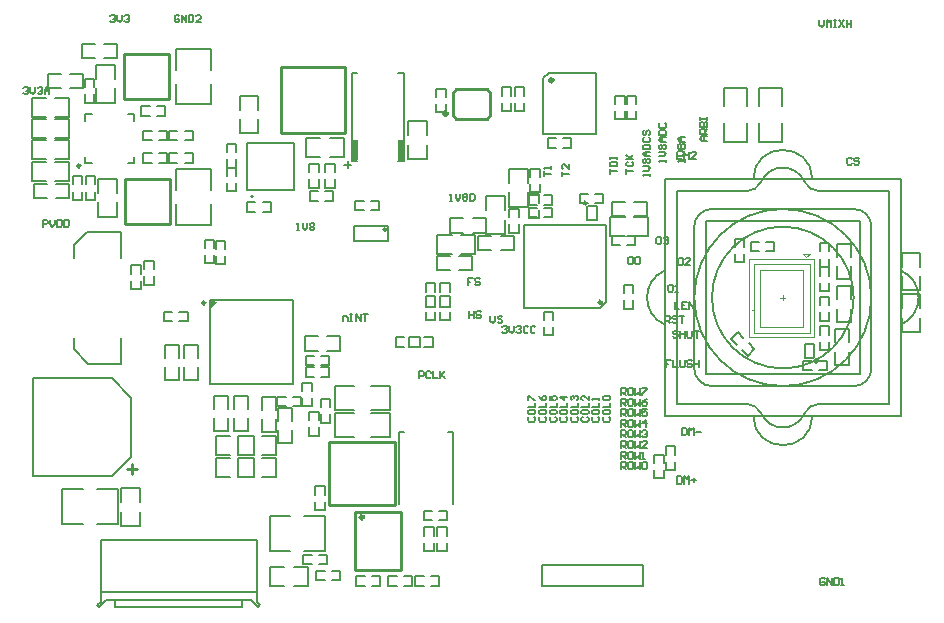
<source format=gto>
G04*
G04 #@! TF.GenerationSoftware,Altium Limited,Altium Designer,18.0.11 (651)*
G04*
G04 Layer_Color=65535*
%FSLAX44Y44*%
%MOMM*%
G71*
G01*
G75*
%ADD10C,0.2500*%
%ADD11C,0.3000*%
%ADD12C,0.2000*%
%ADD13C,0.2540*%
%ADD14C,0.1500*%
%ADD15C,0.1524*%
%ADD16C,0.0500*%
%ADD17R,0.5000X1.8000*%
%ADD18R,0.5000X1.7500*%
G36*
X165000Y247500D02*
X166000Y241500D01*
X171000Y246500D01*
X165000Y247500D01*
D02*
G37*
D10*
X161000Y245500D02*
G03*
X161000Y245500I-1250J0D01*
G01*
X679450Y196100D02*
G03*
X679450Y196100I-1250J0D01*
G01*
X55250Y361500D02*
G03*
X55250Y361500I-1250J0D01*
G01*
X483967Y329971D02*
G03*
X483967Y329971I-1250J0D01*
G01*
X95000Y105000D02*
X103000D01*
X99000Y101000D02*
Y109000D01*
D11*
X496500Y246000D02*
G03*
X496500Y246000I-1000J0D01*
G01*
X455500Y434000D02*
G03*
X455500Y434000I-1500J0D01*
G01*
X366000Y405626D02*
G03*
X366000Y405626I-1500J0D01*
G01*
X295000Y64000D02*
G03*
X295000Y64000I-1500J0D01*
G01*
D12*
X201500Y335500D02*
G03*
X201500Y335500I-1000J0D01*
G01*
X625050Y239076D02*
G03*
X625050Y239076I-78J0D01*
G01*
X590000Y325000D02*
G03*
X575000Y310000I0J-15000D01*
G01*
X725000D02*
G03*
X710000Y325000I-15000J-0D01*
G01*
Y175000D02*
G03*
X725000Y190000I-0J15000D01*
G01*
X575000D02*
G03*
X590000Y175000I15000J0D01*
G01*
X619000Y340000D02*
G03*
X631688Y348083I-0J14000D01*
G01*
X668312D02*
G03*
X681000Y340000I12688J5917D01*
G01*
X668126Y348452D02*
G03*
X631874Y348452I-18126J-8452D01*
G01*
Y151548D02*
G03*
X668126Y151548I18126J8452D01*
G01*
X631688Y151917D02*
G03*
X619000Y160000I-12688J-5917D01*
G01*
X681000D02*
G03*
X668312Y151917I0J-14000D01*
G01*
X725000Y250000D02*
G03*
X725000Y250000I-75000J0D01*
G01*
X710000D02*
G03*
X710000Y250000I-60000J0D01*
G01*
X750153Y227155D02*
G03*
X750153Y272845I-10153J22845D01*
G01*
X549846Y272845D02*
G03*
X549847Y227155I10153J-22845D01*
G01*
X675000Y350000D02*
G03*
X625000Y350000I-25000J0D01*
G01*
Y150000D02*
G03*
X675000Y150000I25000J0D01*
G01*
X165000Y177000D02*
Y247500D01*
X235000Y177000D02*
Y247500D01*
X165000D02*
X235000D01*
X165000Y177000D02*
X235000D01*
X430500Y241000D02*
Y311000D01*
X500500D01*
Y246000D02*
Y311000D01*
X495500Y241000D02*
X500500Y246000D01*
X430500Y241000D02*
X495500D01*
X451680Y440250D02*
X491650D01*
Y388250D02*
Y440250D01*
X447350Y388250D02*
X491650D01*
X447350D02*
Y435920D01*
X451680Y440250D01*
X196000Y341000D02*
X236000D01*
Y381000D01*
X196000D02*
X236000D01*
X196000Y341000D02*
Y381000D01*
X95250Y363500D02*
X101000D01*
Y369250D01*
Y399750D02*
Y405500D01*
X95250D02*
X101000D01*
X59000D02*
X64750D01*
X59000Y399750D02*
Y405500D01*
Y363500D02*
Y369250D01*
Y363500D02*
X64750D01*
X278500Y362500D02*
X284500Y362500D01*
X281500Y359500D02*
Y365500D01*
X285000Y440000D02*
X289500D01*
X324500D02*
X329000D01*
X285000Y366000D02*
X289500D01*
X324500D02*
X329000D01*
X285000D02*
Y440000D01*
X329000Y366000D02*
Y440000D01*
X82000Y181500D02*
X98500Y165000D01*
X15500Y181500D02*
X82000D01*
X98500Y115000D02*
Y165000D01*
X82000Y98500D02*
X98500Y115000D01*
X15500Y98500D02*
X82000D01*
X15500D02*
Y181500D01*
X446500Y5750D02*
Y23500D01*
X531250D01*
Y5750D02*
Y23500D01*
X446500Y5750D02*
X531250D01*
X316070Y297584D02*
Y310583D01*
X287070Y297584D02*
Y310583D01*
X316070D01*
X287070Y297584D02*
X316070D01*
X204500Y-7500D02*
X207500Y-10500D01*
X206000Y-12000D02*
X207500Y-10500D01*
X200000Y-6000D02*
X206000Y-12000D01*
X71000D02*
X77000Y-6000D01*
X69500Y-10500D02*
X71000Y-12000D01*
X69500Y-10500D02*
X72500Y-7500D01*
X85000Y-12000D02*
Y-6000D01*
X192000Y-12000D02*
Y-6000D01*
X85000Y-12000D02*
X192000D01*
X72500Y-7500D02*
Y45000D01*
X204500Y-7500D02*
Y45000D01*
X77000Y-6000D02*
X200000D01*
X72500Y1000D02*
X204500D01*
X72500Y45000D02*
X204500D01*
X90000Y283875D02*
Y305875D01*
X61000D02*
X90000D01*
X50000Y283875D02*
Y294875D01*
X61000Y305875D01*
X50000Y206125D02*
X62000Y194125D01*
X50000Y206125D02*
Y216125D01*
X62000Y194125D02*
X90000D01*
Y216125D01*
X590000Y325000D02*
X710000D01*
X725000Y190000D02*
Y310000D01*
X590000Y175000D02*
X710000D01*
X575000Y190000D02*
Y310000D01*
X560000Y340000D02*
X619000D01*
X681000D02*
X740000D01*
X560000Y160000D02*
Y340000D01*
Y160000D02*
X619000D01*
X740000D02*
Y340000D01*
X681000Y160000D02*
X740000D01*
X585000Y185000D02*
Y315000D01*
X715000Y185000D02*
Y315000D01*
X585000D02*
X715000D01*
X585000Y185000D02*
X715000D01*
X550000Y350000D02*
X750000D01*
Y150000D02*
Y350000D01*
X550000Y150000D02*
X750000D01*
X550000D02*
Y350000D01*
D13*
X314070Y307584D02*
G03*
X314070Y307584I-1000J0D01*
G01*
X131000Y312000D02*
Y350000D01*
X93000Y312000D02*
X131000D01*
X93000D02*
Y350000D01*
X131000D01*
X225000Y389000D02*
Y445000D01*
Y389000D02*
X279000D01*
Y445000D01*
X225000D02*
X279000D01*
X92000Y456000D02*
X130000D01*
X92000Y418000D02*
Y456000D01*
Y418000D02*
X130000D01*
Y456000D01*
X370500Y404376D02*
Y423376D01*
X373500Y426376D01*
X399500D01*
X402500Y423376D01*
Y404376D02*
Y423376D01*
X373500Y401376D02*
X399500D01*
X370500Y404376D02*
X373500Y401376D01*
X399500D02*
X402500Y404376D01*
X266000Y74000D02*
Y128000D01*
X322000D01*
Y74000D02*
Y128000D01*
X266000Y74000D02*
X322000D01*
X287500Y68500D02*
X326500D01*
Y19500D02*
Y68500D01*
X287500Y19500D02*
X326500D01*
X287500D02*
Y68500D01*
D14*
X346500Y208500D02*
X353500D01*
X333500D02*
X340500D01*
X346500Y216500D02*
X353500D01*
X333500D02*
X340500D01*
X353500Y208500D02*
Y216500D01*
X333500Y208500D02*
Y216500D01*
X335500Y208500D02*
X342500D01*
X322500D02*
X329500D01*
X335500Y216500D02*
X342500D01*
X322500D02*
X329500D01*
X342500Y208500D02*
Y216500D01*
X322500Y208500D02*
Y216500D01*
X86500Y452500D02*
Y464500D01*
X56500Y452500D02*
Y464500D01*
X75500Y452500D02*
X86500D01*
X56500D02*
X67500D01*
X75500Y464500D02*
X86500D01*
X56500D02*
X67500D01*
X27500Y427000D02*
Y439000D01*
X57500Y427000D02*
Y439000D01*
X27500D02*
X38500D01*
X46500D02*
X57500D01*
X27500Y427000D02*
X38500D01*
X46500D02*
X57500D01*
X695500Y295500D02*
X707500D01*
X695500Y265500D02*
X707500D01*
Y284500D02*
Y295500D01*
Y265500D02*
Y276500D01*
X695500Y284500D02*
Y295500D01*
Y265500D02*
Y276500D01*
X696000Y229500D02*
X708000D01*
X696000Y259500D02*
X708000D01*
X696000Y229500D02*
Y240500D01*
Y248500D02*
Y259500D01*
X708000Y229500D02*
Y240500D01*
Y248500D02*
Y259500D01*
X418000Y359000D02*
X434000D01*
X418000Y327000D02*
X434000D01*
Y347000D02*
Y359000D01*
Y327000D02*
Y339000D01*
X418000Y347000D02*
Y359000D01*
Y327000D02*
Y339000D01*
X143000Y210000D02*
X155000D01*
X143000Y180000D02*
X155000D01*
Y199000D02*
Y210000D01*
Y180000D02*
Y191000D01*
X143000Y199000D02*
Y210000D01*
Y180000D02*
Y191000D01*
X127000Y210000D02*
X139000D01*
X127000Y180000D02*
X139000D01*
Y199000D02*
Y210000D01*
Y180000D02*
Y191000D01*
X127000Y199000D02*
Y210000D01*
Y180000D02*
Y191000D01*
X235000Y158000D02*
X242000D01*
X222000D02*
X229000D01*
X235000Y166000D02*
X242000D01*
X222000D02*
X229000D01*
X242000Y158000D02*
Y166000D01*
X222000Y158000D02*
Y166000D01*
X168500Y292000D02*
Y299000D01*
Y279000D02*
Y286000D01*
X160500Y292000D02*
Y299000D01*
Y279000D02*
Y286000D01*
Y299000D02*
X168500D01*
X160500Y279000D02*
X168500D01*
X202000Y98000D02*
Y114000D01*
X170000Y98000D02*
Y114000D01*
X190000Y98000D02*
X202000D01*
X170000D02*
X182000D01*
X190000Y114000D02*
X202000D01*
X170000D02*
X182000D01*
X202000Y117000D02*
Y133000D01*
X170000Y117000D02*
Y133000D01*
X190000Y117000D02*
X202000D01*
X170000D02*
X182000D01*
X190000Y133000D02*
X202000D01*
X170000D02*
X182000D01*
X221000Y117000D02*
Y133000D01*
X189000Y117000D02*
Y133000D01*
X209000Y117000D02*
X221000D01*
X189000D02*
X201000D01*
X209000Y133000D02*
X221000D01*
X189000D02*
X201000D01*
X221000Y98000D02*
Y114000D01*
X189000Y98000D02*
Y114000D01*
X209000Y98000D02*
X221000D01*
X189000D02*
X201000D01*
X209000Y114000D02*
X221000D01*
X189000D02*
X201000D01*
X259000Y144000D02*
X267000D01*
X259000Y164000D02*
X267000D01*
X259000Y144000D02*
Y151000D01*
Y157000D02*
Y164000D01*
X267000Y144000D02*
Y151000D01*
Y157000D02*
Y164000D01*
X126000Y238000D02*
X133000D01*
X139000D02*
X146000D01*
X126000Y230000D02*
X133000D01*
X139000D02*
X146000D01*
X126000D02*
Y238000D01*
X146000Y230000D02*
Y238000D01*
X185000Y167000D02*
X197000D01*
X185000Y137000D02*
X197000D01*
Y156000D02*
Y167000D01*
Y137000D02*
Y148000D01*
X185000Y156000D02*
Y167000D01*
Y137000D02*
Y148000D01*
X248000Y5500D02*
Y21500D01*
X216000Y5500D02*
Y21500D01*
X236000Y5500D02*
X248000D01*
X216000D02*
X228000D01*
X236000Y21500D02*
X248000D01*
X216000D02*
X228000D01*
X301000Y132000D02*
X317000D01*
X271000D02*
X287000D01*
X301000Y152000D02*
X317000D01*
X271000D02*
X287000D01*
X317000Y132000D02*
Y152000D01*
X271000Y132000D02*
Y152000D01*
X301000Y155000D02*
X317000D01*
X271000D02*
X287000D01*
X301000Y175000D02*
X317000D01*
X271000D02*
X287000D01*
X317000Y155000D02*
Y175000D01*
X271000Y155000D02*
Y175000D01*
X90000Y56500D02*
X106000D01*
X90000Y88500D02*
X106000D01*
X90000Y56500D02*
Y68500D01*
Y76500D02*
Y88500D01*
X106000Y56500D02*
Y68500D01*
Y76500D02*
Y88500D01*
X423000Y408000D02*
Y415000D01*
Y421000D02*
Y428000D01*
X431000Y408000D02*
Y415000D01*
Y421000D02*
Y428000D01*
X423000Y408000D02*
X431000D01*
X423000Y428000D02*
X431000D01*
X98500Y257250D02*
Y264250D01*
Y270250D02*
Y277250D01*
X106500Y257250D02*
Y264250D01*
Y270250D02*
Y277250D01*
X98500Y257250D02*
X106500D01*
X98500Y277250D02*
X106500D01*
X464000Y377000D02*
X471000D01*
X451000D02*
X458000D01*
X464000Y385000D02*
X471000D01*
X451000D02*
X458000D01*
X471000Y377000D02*
Y385000D01*
X451000Y377000D02*
Y385000D01*
X675500Y198500D02*
X676500Y199500D01*
Y210500D01*
X668500Y198500D02*
Y210500D01*
X676500D01*
X668500Y198500D02*
X675500D01*
X136000Y311500D02*
X165500D01*
Y329000D01*
X135990D02*
X136000Y311500D01*
X165500Y358500D02*
X165510Y341000D01*
X136000D02*
Y358500D01*
X165500D01*
X136500Y460500D02*
X166000D01*
X136500Y443000D02*
Y460500D01*
X166000D02*
X166010Y443000D01*
X136490Y431000D02*
X136500Y413500D01*
X166000D02*
Y431000D01*
X136500Y413500D02*
X166000D01*
X435000Y328500D02*
Y336500D01*
X455000Y328500D02*
Y336500D01*
X435000D02*
X442000D01*
X448000D02*
X455000D01*
X435000Y328500D02*
X442000D01*
X448000D02*
X455000D01*
X368500Y317000D02*
X379500D01*
X387500D02*
X398500D01*
X368500Y305000D02*
X379500D01*
X387500D02*
X398500D01*
X368500D02*
Y317000D01*
X398500Y305000D02*
Y317000D01*
X392000Y302000D02*
X403000D01*
X411000D02*
X422000D01*
X392000Y290000D02*
X403000D01*
X411000D02*
X422000D01*
X392000D02*
Y302000D01*
X422000Y290000D02*
Y302000D01*
X418000Y327000D02*
X434000D01*
X418000Y359000D02*
X434000D01*
X418000Y327000D02*
Y339000D01*
Y347000D02*
Y359000D01*
X434000Y327000D02*
Y339000D01*
Y347000D02*
Y359000D01*
X418500Y305000D02*
X426500D01*
X418500Y325000D02*
X426500D01*
X418500Y305000D02*
Y312000D01*
Y318000D02*
Y325000D01*
X426500Y305000D02*
Y312000D01*
Y318000D02*
Y325000D01*
X398500Y304000D02*
X414500D01*
X398500Y336000D02*
X414500D01*
X398500Y304000D02*
Y316000D01*
Y324000D02*
Y336000D01*
X414500Y304000D02*
Y316000D01*
Y324000D02*
Y336000D01*
X524000Y319000D02*
X535000D01*
X505000D02*
X516000D01*
X524000Y331000D02*
X535000D01*
X505000D02*
X516000D01*
X535000Y319000D02*
Y331000D01*
X505000Y319000D02*
Y331000D01*
X600000Y381750D02*
X620000D01*
X600000Y427750D02*
X620000D01*
X600000Y381750D02*
Y397750D01*
Y411750D02*
Y427750D01*
X620000Y381750D02*
Y397750D01*
Y411750D02*
Y427750D01*
X551000Y104000D02*
X559000D01*
X551000Y124000D02*
X559000D01*
X551000Y104000D02*
Y111000D01*
Y117000D02*
Y124000D01*
X559000Y104000D02*
Y111000D01*
Y117000D02*
Y124000D01*
X541000Y97000D02*
X549000D01*
X541000Y117000D02*
X549000D01*
X541000Y97000D02*
Y104000D01*
Y110000D02*
Y117000D01*
X549000Y97000D02*
Y104000D01*
Y110000D02*
Y117000D01*
X70500Y350500D02*
X86500D01*
X70500Y318500D02*
X86500D01*
Y338500D02*
Y350500D01*
Y318500D02*
Y330500D01*
X70500Y338500D02*
Y350500D01*
Y318500D02*
Y330500D01*
X128500Y364000D02*
Y372000D01*
X108500Y364000D02*
Y372000D01*
X121500Y364000D02*
X128500D01*
X108500D02*
X115500D01*
X121500Y372000D02*
X128500D01*
X108500D02*
X115500D01*
X150500Y364000D02*
Y372000D01*
X130500Y364000D02*
Y372000D01*
X143500Y364000D02*
X150500D01*
X130500D02*
X137500D01*
X143500Y372000D02*
X150500D01*
X130500D02*
X137500D01*
X150500Y383000D02*
Y391000D01*
X130500Y383000D02*
Y391000D01*
X143500Y383000D02*
X150500D01*
X130500D02*
X137500D01*
X143500Y391000D02*
X150500D01*
X130500D02*
X137500D01*
X68500Y415000D02*
X84500D01*
X68500Y447000D02*
X84500D01*
X68500Y415000D02*
Y427000D01*
Y435000D02*
Y447000D01*
X84500Y415000D02*
Y427000D01*
Y435000D02*
Y447000D01*
X14000Y401000D02*
X26000D01*
X34000D02*
X46000D01*
X14000Y385000D02*
X26000D01*
X34000D02*
X46000D01*
X14000D02*
Y401000D01*
X46000Y385000D02*
Y401000D01*
X190000Y389000D02*
X206000D01*
X190000Y421000D02*
X206000D01*
X190000Y389000D02*
Y401000D01*
Y409000D02*
Y421000D01*
X206000Y389000D02*
Y401000D01*
Y409000D02*
Y421000D01*
X750500Y253000D02*
X766500D01*
X750500Y221000D02*
X766500D01*
Y241000D02*
Y253000D01*
Y221000D02*
Y233000D01*
X750500Y241000D02*
Y253000D01*
Y221000D02*
Y233000D01*
X504000Y302500D02*
Y318500D01*
X536000Y302500D02*
Y318500D01*
X504000D02*
X516000D01*
X524000D02*
X536000D01*
X504000Y302500D02*
X516000D01*
X524000D02*
X536000D01*
X46000Y403000D02*
Y419000D01*
X14000Y403000D02*
Y419000D01*
X34000Y403000D02*
X46000D01*
X14000D02*
X26000D01*
X34000Y419000D02*
X46000D01*
X14000D02*
X26000D01*
X635709Y289000D02*
X642709D01*
X622709D02*
X629709D01*
X635709Y297000D02*
X642709D01*
X622709D02*
X629709D01*
X642709Y289000D02*
Y297000D01*
X622709Y289000D02*
Y297000D01*
X629500Y381750D02*
X649500D01*
X629500Y427750D02*
X649500D01*
X629500Y381750D02*
Y397750D01*
Y411750D02*
Y427750D01*
X649500Y381750D02*
Y397750D01*
Y411750D02*
Y427750D01*
X681250Y230500D02*
Y237500D01*
Y243500D02*
Y250500D01*
X689250Y230500D02*
Y237500D01*
Y243500D02*
Y250500D01*
X681250Y230500D02*
X689250D01*
X681250Y250500D02*
X689250D01*
X681250Y255500D02*
X689250D01*
X681250Y275500D02*
X689250D01*
X681250Y255500D02*
Y262500D01*
Y268500D02*
Y275500D01*
X689250Y255500D02*
Y262500D01*
Y268500D02*
Y275500D01*
X491000Y330000D02*
X498000D01*
X478000D02*
X485000D01*
X491000Y338000D02*
X498000D01*
X478000D02*
X485000D01*
X498000Y330000D02*
Y338000D01*
X478000Y330000D02*
Y338000D01*
X667500Y196500D02*
X674500D01*
X680500D02*
X687500D01*
X667500Y188500D02*
X674500D01*
X680500D02*
X687500D01*
X667500D02*
Y196500D01*
X687500Y188500D02*
Y196500D01*
X617515Y292870D02*
Y299870D01*
Y279870D02*
Y286870D01*
X609515Y292870D02*
Y299870D01*
Y279870D02*
Y286870D01*
Y299870D02*
X617515D01*
X609515Y279870D02*
X617515D01*
X14000Y383000D02*
X26000D01*
X34000D02*
X46000D01*
X14000Y367000D02*
X26000D01*
X34000D02*
X46000D01*
X14000D02*
Y383000D01*
X46000Y367000D02*
Y383000D01*
X187000Y353000D02*
Y360000D01*
Y340000D02*
Y347000D01*
X179000Y353000D02*
Y360000D01*
Y340000D02*
Y347000D01*
Y360000D02*
X187000D01*
X179000Y340000D02*
X187000D01*
X689250Y289000D02*
Y296000D01*
Y276000D02*
Y283000D01*
X681250Y289000D02*
Y296000D01*
Y276000D02*
Y283000D01*
Y296000D02*
X689250D01*
X681250Y276000D02*
X689250D01*
X448000Y318000D02*
X455000D01*
X435000D02*
X442000D01*
X448000Y326000D02*
X455000D01*
X435000D02*
X442000D01*
X455000Y318000D02*
Y326000D01*
X435000Y318000D02*
Y326000D01*
X518000Y294250D02*
X525000D01*
X505000D02*
X512000D01*
X518000Y302250D02*
X525000D01*
X505000D02*
X512000D01*
X525000Y294250D02*
Y302250D01*
X505000Y294250D02*
Y302250D01*
X67000Y428000D02*
Y435000D01*
Y415000D02*
Y422000D01*
X59000Y428000D02*
Y435000D01*
Y415000D02*
Y422000D01*
Y435000D02*
X67000D01*
X59000Y415000D02*
X67000D01*
X750500Y256000D02*
X766500D01*
X750500Y288000D02*
X766500D01*
X750500Y256000D02*
Y268000D01*
Y276000D02*
Y288000D01*
X766500Y256000D02*
Y268000D01*
Y276000D02*
Y288000D01*
X484417Y326571D02*
X485417Y327570D01*
X484417Y315571D02*
Y326571D01*
X492417Y315571D02*
Y327570D01*
X484417Y315571D02*
X492417D01*
X485417Y327570D02*
X492417D01*
X681250Y205500D02*
Y212500D01*
Y218500D02*
Y225500D01*
X689250Y205500D02*
Y212500D01*
Y218500D02*
Y225500D01*
X681250Y205500D02*
X689250D01*
X681250Y225500D02*
X689250D01*
X278500Y369000D02*
Y385000D01*
X246500Y369000D02*
Y385000D01*
X266500Y369000D02*
X278500D01*
X246500D02*
X258500D01*
X266500Y385000D02*
X278500D01*
X246500D02*
X258500D01*
X455500Y231000D02*
Y238000D01*
Y218000D02*
Y225000D01*
X447500Y231000D02*
Y238000D01*
Y218000D02*
Y225000D01*
Y238000D02*
X455500D01*
X447500Y218000D02*
X455500D01*
X179000Y360000D02*
Y367000D01*
Y373000D02*
Y380000D01*
X187000Y360000D02*
Y367000D01*
Y373000D02*
Y380000D01*
X179000Y360000D02*
X187000D01*
X179000Y380000D02*
X187000D01*
X196500Y330750D02*
X203500D01*
X209500D02*
X216500D01*
X196500Y322750D02*
X203500D01*
X209500D02*
X216500D01*
X196500D02*
Y330750D01*
X216500Y322750D02*
Y330750D01*
X121500Y383000D02*
X128500D01*
X108500D02*
X115500D01*
X121500Y391000D02*
X128500D01*
X108500D02*
X115500D01*
X128500Y383000D02*
Y391000D01*
X108500Y383000D02*
Y391000D01*
X515500Y240500D02*
Y247500D01*
Y253500D02*
Y260500D01*
X523500Y240500D02*
Y247500D01*
Y253500D02*
Y260500D01*
X515500Y240500D02*
X523500D01*
X515500Y260500D02*
X523500D01*
X120000Y404000D02*
X127000D01*
X107000D02*
X114000D01*
X120000Y412000D02*
X127000D01*
X107000D02*
X114000D01*
X127000Y404000D02*
Y412000D01*
X107000Y404000D02*
Y412000D01*
X46000Y349000D02*
Y365000D01*
X14000Y349000D02*
Y365000D01*
X34000Y349000D02*
X46000D01*
X14000D02*
X26000D01*
X34000Y365000D02*
X46000D01*
X14000D02*
X26000D01*
X57000Y345750D02*
Y352750D01*
Y332750D02*
Y339750D01*
X49000Y345750D02*
Y352750D01*
Y332750D02*
Y339750D01*
Y352750D02*
X57000D01*
X49000Y332750D02*
X57000D01*
X68000Y345750D02*
Y352750D01*
Y332750D02*
Y339750D01*
X60000Y345750D02*
Y352750D01*
Y332750D02*
Y339750D01*
Y352750D02*
X68000D01*
X60000Y332750D02*
X68000D01*
X364500Y419876D02*
Y426876D01*
Y406876D02*
Y413876D01*
X356500Y419876D02*
Y426876D01*
Y406876D02*
Y413876D01*
Y426876D02*
X364500D01*
X356500Y406876D02*
X364500D01*
X412000Y408000D02*
Y415000D01*
Y421000D02*
Y428000D01*
X420000Y408000D02*
Y415000D01*
Y421000D02*
Y428000D01*
X412000Y408000D02*
X420000D01*
X412000Y428000D02*
X420000D01*
X526000Y414000D02*
Y421000D01*
Y401000D02*
Y408000D01*
X518000Y414000D02*
Y421000D01*
Y401000D02*
Y408000D01*
Y421000D02*
X526000D01*
X518000Y401000D02*
X526000D01*
X357500Y287000D02*
Y303000D01*
X389500Y287000D02*
Y303000D01*
X357500D02*
X369500D01*
X377500D02*
X389500D01*
X357500Y287000D02*
X369500D01*
X377500D02*
X389500D01*
X168000Y167000D02*
X180000D01*
X168000Y137000D02*
X180000D01*
Y156000D02*
Y167000D01*
Y137000D02*
Y148000D01*
X168000Y156000D02*
Y167000D01*
Y137000D02*
Y148000D01*
X339000Y14000D02*
X346000D01*
X352000D02*
X359000D01*
X339000Y6000D02*
X346000D01*
X352000D02*
X359000D01*
X339000D02*
Y14000D01*
X359000Y6000D02*
Y14000D01*
X302000Y6000D02*
X309000D01*
X289000D02*
X296000D01*
X302000Y14000D02*
X309000D01*
X289000D02*
X296000D01*
X309000Y6000D02*
Y14000D01*
X289000Y6000D02*
Y14000D01*
X244000Y24000D02*
Y32000D01*
X264000Y24000D02*
Y32000D01*
X244000D02*
X251000D01*
X257000D02*
X264000D01*
X244000Y24000D02*
X251000D01*
X257000D02*
X264000D01*
X357500Y35500D02*
Y42500D01*
Y48500D02*
Y55500D01*
X365500Y35500D02*
Y42500D01*
Y48500D02*
Y55500D01*
X357500Y35500D02*
X365500D01*
X357500Y55500D02*
X365500D01*
X40000Y58500D02*
Y88000D01*
Y58500D02*
X57500D01*
X40000Y88000D02*
X57500Y88010D01*
X69500Y58490D02*
X87000Y58500D01*
X69500Y88000D02*
X87000D01*
Y58500D02*
Y88000D01*
X215500Y35500D02*
Y65000D01*
Y35500D02*
X233000D01*
X215500Y65000D02*
X233000Y65010D01*
X245000Y35490D02*
X262500Y35500D01*
X245000Y65000D02*
X262500D01*
Y35500D02*
Y65000D01*
X178000Y291000D02*
Y298000D01*
Y278000D02*
Y285000D01*
X170000Y291000D02*
Y298000D01*
Y278000D02*
Y285000D01*
Y298000D02*
X178000D01*
X170000Y278000D02*
X178000D01*
X255000Y18500D02*
X262000D01*
X268000D02*
X275000D01*
X255000Y10500D02*
X262000D01*
X268000D02*
X275000D01*
X255000D02*
Y18500D01*
X275000Y10500D02*
Y18500D01*
X329000Y6000D02*
X336000D01*
X316000D02*
X323000D01*
X329000Y14000D02*
X336000D01*
X316000D02*
X323000D01*
X336000Y6000D02*
Y14000D01*
X316000Y6000D02*
Y14000D01*
X257000Y146000D02*
Y153000D01*
Y133000D02*
Y140000D01*
X249000Y146000D02*
Y153000D01*
Y133000D02*
Y140000D01*
Y153000D02*
X257000D01*
X249000Y133000D02*
X257000D01*
X254000Y70000D02*
Y77000D01*
Y83000D02*
Y90000D01*
X262000Y70000D02*
Y77000D01*
Y83000D02*
Y90000D01*
X254000Y70000D02*
X262000D01*
X254000Y90000D02*
X262000D01*
X109500Y261000D02*
Y268000D01*
Y274000D02*
Y281000D01*
X117500Y261000D02*
Y268000D01*
Y274000D02*
Y281000D01*
X109500Y261000D02*
X117500D01*
X109500Y281000D02*
X117500D01*
X516000Y414000D02*
Y421000D01*
Y401000D02*
Y408000D01*
X508000Y414000D02*
Y421000D01*
Y401000D02*
Y408000D01*
Y421000D02*
X516000D01*
X508000Y401000D02*
X516000D01*
X259000Y192500D02*
X266000D01*
X246000D02*
X253000D01*
X259000Y200500D02*
X266000D01*
X246000D02*
X253000D01*
X266000Y192500D02*
Y200500D01*
X246000Y192500D02*
Y200500D01*
X259000Y183000D02*
X266000D01*
X246000D02*
X253000D01*
X259000Y191000D02*
X266000D01*
X246000D02*
X253000D01*
X266000Y183000D02*
Y191000D01*
X246000Y183000D02*
Y191000D01*
X354500Y48500D02*
Y55500D01*
Y35500D02*
Y42500D01*
X346500Y48500D02*
Y55500D01*
Y35500D02*
Y42500D01*
Y55500D02*
X354500D01*
X346500Y35500D02*
X354500D01*
X346000Y69500D02*
X353000D01*
X359000D02*
X366000D01*
X346000Y61500D02*
X353000D01*
X359000D02*
X366000D01*
X346000D02*
Y69500D01*
X366000Y61500D02*
Y69500D01*
X262500Y363000D02*
X270500D01*
X262500Y343000D02*
X270500D01*
Y356000D02*
Y363000D01*
Y343000D02*
Y350000D01*
X262500Y356000D02*
Y363000D01*
Y343000D02*
Y350000D01*
X249000Y343000D02*
X257000D01*
X249000Y363000D02*
X257000D01*
X249000Y343000D02*
Y350000D01*
Y356000D02*
Y363000D01*
X257000Y343000D02*
Y350000D01*
Y356000D02*
Y363000D01*
X269500Y332000D02*
Y340000D01*
X249500Y332000D02*
Y340000D01*
X262500Y332000D02*
X269500D01*
X249500D02*
X256500D01*
X262500Y340000D02*
X269500D01*
X249500D02*
X256500D01*
X288000Y324000D02*
Y332000D01*
X308000Y324000D02*
Y332000D01*
X288000D02*
X295000D01*
X301000D02*
X308000D01*
X288000Y324000D02*
X295000D01*
X301000D02*
X308000D01*
X360000Y231000D02*
X368000D01*
X360000Y251000D02*
X368000D01*
X360000Y231000D02*
Y238000D01*
Y244000D02*
Y251000D01*
X368000Y231000D02*
Y238000D01*
Y244000D02*
Y251000D01*
X347500Y231000D02*
X355500D01*
X347500Y251000D02*
X355500D01*
X347500Y231000D02*
Y238000D01*
Y244000D02*
Y251000D01*
X355500Y231000D02*
Y238000D01*
Y244000D02*
Y251000D01*
X360000Y262000D02*
X368000D01*
X360000Y242000D02*
X368000D01*
Y255000D02*
Y262000D01*
Y242000D02*
Y249000D01*
X360000Y255000D02*
Y262000D01*
Y242000D02*
Y249000D01*
X347500Y262000D02*
X355500D01*
X347500Y242000D02*
X355500D01*
Y255000D02*
Y262000D01*
Y242000D02*
Y249000D01*
X347500Y255000D02*
Y262000D01*
Y242000D02*
Y249000D01*
X222500Y126500D02*
X234500D01*
X222500Y156500D02*
X234500D01*
X222500Y126500D02*
Y137500D01*
Y145500D02*
Y156500D01*
X234500Y126500D02*
Y137500D01*
Y145500D02*
Y156500D01*
X435500Y317250D02*
Y324250D01*
Y330250D02*
Y337250D01*
X443500Y317250D02*
Y324250D01*
Y330250D02*
Y337250D01*
X435500Y317250D02*
X443500D01*
X435500Y337250D02*
X443500D01*
X444000Y352000D02*
Y359000D01*
Y339000D02*
Y346000D01*
X436000Y352000D02*
Y359000D01*
Y339000D02*
Y346000D01*
Y359000D02*
X444000D01*
X436000Y339000D02*
X444000D01*
X251000Y171000D02*
Y178000D01*
Y158000D02*
Y165000D01*
X243000Y171000D02*
Y178000D01*
Y158000D02*
Y165000D01*
Y178000D02*
X251000D01*
X243000Y158000D02*
X251000D01*
X209000Y166000D02*
X221000D01*
X209000Y136000D02*
X221000D01*
Y155000D02*
Y166000D01*
Y136000D02*
Y147000D01*
X209000Y155000D02*
Y166000D01*
Y136000D02*
Y147000D01*
X245500Y205000D02*
Y217000D01*
X275500Y205000D02*
Y217000D01*
X245500D02*
X256500D01*
X264500D02*
X275500D01*
X245500Y205000D02*
X256500D01*
X264500D02*
X275500D01*
X387000Y273000D02*
Y285000D01*
X357000Y273000D02*
Y285000D01*
X376000Y273000D02*
X387000D01*
X357000D02*
X368000D01*
X376000Y285000D02*
X387000D01*
X357000D02*
X368000D01*
X620243Y200600D02*
X625900Y206257D01*
X606101Y214743D02*
X611757Y220399D01*
X615293Y205550D02*
X620243Y200600D01*
X606101Y214743D02*
X611050Y209793D01*
X620950Y211207D02*
X625900Y206257D01*
X611757Y220399D02*
X616707Y215450D01*
X332500Y367500D02*
X348500D01*
X332500Y399500D02*
X348500D01*
X332500Y367500D02*
Y379500D01*
Y387500D02*
Y399500D01*
X348500Y367500D02*
Y379500D01*
Y387500D02*
Y399500D01*
X693799Y223000D02*
X705799D01*
X693799Y193000D02*
X705799D01*
Y212000D02*
Y223000D01*
Y193000D02*
Y204000D01*
X693799Y212000D02*
Y223000D01*
Y193000D02*
Y204000D01*
X46000Y334000D02*
Y346000D01*
X16000Y334000D02*
Y346000D01*
X35000Y334000D02*
X46000D01*
X16000D02*
X27000D01*
X35000Y346000D02*
X46000D01*
X16000D02*
X27000D01*
X277500Y230000D02*
Y233999D01*
X280499D01*
X281499Y232999D01*
Y230000D01*
X283498Y235998D02*
X285497D01*
X284498D01*
Y230000D01*
X283498D01*
X285497D01*
X288496D02*
Y235998D01*
X292495Y230000D01*
Y235998D01*
X294494D02*
X298493D01*
X296494D01*
Y230000D01*
X503502Y355000D02*
Y358999D01*
Y356999D01*
X509500D01*
X503502Y360998D02*
X509500D01*
Y363997D01*
X508500Y364997D01*
X504502D01*
X503502Y363997D01*
Y360998D01*
Y366996D02*
Y368996D01*
Y367996D01*
X509500D01*
Y366996D01*
Y368996D01*
X517502Y355000D02*
Y358999D01*
Y356999D01*
X523500D01*
X518502Y364997D02*
X517502Y363997D01*
Y361998D01*
X518502Y360998D01*
X522500D01*
X523500Y361998D01*
Y363997D01*
X522500Y364997D01*
X517502Y366996D02*
X523500D01*
X521501D01*
X517502Y370995D01*
X520501Y367996D01*
X523500Y370995D01*
X586000Y382500D02*
X582001D01*
X580002Y384499D01*
X582001Y386499D01*
X586000D01*
X583001D01*
Y382500D01*
X586000Y388498D02*
X580002D01*
Y391497D01*
X581002Y392497D01*
X583001D01*
X584001Y391497D01*
Y388498D01*
Y390497D02*
X586000Y392497D01*
X580002Y394496D02*
X586000D01*
Y397495D01*
X585000Y398495D01*
X584001D01*
X583001Y397495D01*
Y394496D01*
Y397495D01*
X582001Y398495D01*
X581002D01*
X580002Y397495D01*
Y394496D01*
Y400494D02*
Y402494D01*
Y401494D01*
X586000D01*
Y400494D01*
Y402494D01*
X23500Y310000D02*
Y315998D01*
X26499D01*
X27499Y314998D01*
Y312999D01*
X26499Y311999D01*
X23500D01*
X29498Y315998D02*
Y311999D01*
X31497Y310000D01*
X33497Y311999D01*
Y315998D01*
X35496D02*
Y310000D01*
X38495D01*
X39495Y311000D01*
Y314998D01*
X38495Y315998D01*
X35496D01*
X41494D02*
Y310000D01*
X44493D01*
X45493Y311000D01*
Y314998D01*
X44493Y315998D01*
X41494D01*
X681000Y484998D02*
Y480999D01*
X682999Y479000D01*
X684999Y480999D01*
Y484998D01*
X686998Y479000D02*
Y484998D01*
X688997Y482999D01*
X690997Y484998D01*
Y479000D01*
X692996Y484998D02*
X694995D01*
X693996D01*
Y479000D01*
X692996D01*
X694995D01*
X697995Y484998D02*
X701993Y479000D01*
Y484998D02*
X697995Y479000D01*
X703992Y484998D02*
Y479000D01*
Y481999D01*
X707991D01*
Y484998D01*
Y479000D01*
X7000Y426998D02*
X8000Y427998D01*
X9999D01*
X10999Y426998D01*
Y425999D01*
X9999Y424999D01*
X8999D01*
X9999D01*
X10999Y423999D01*
Y423000D01*
X9999Y422000D01*
X8000D01*
X7000Y423000D01*
X12998Y427998D02*
Y423999D01*
X14997Y422000D01*
X16997Y423999D01*
Y427998D01*
X18996Y426998D02*
X19996Y427998D01*
X21995D01*
X22995Y426998D01*
Y425999D01*
X21995Y424999D01*
X20996D01*
X21995D01*
X22995Y423999D01*
Y423000D01*
X21995Y422000D01*
X19996D01*
X18996Y423000D01*
X24994Y422000D02*
Y425999D01*
X26994Y427998D01*
X28993Y425999D01*
Y422000D01*
Y424999D01*
X24994D01*
X238500Y307000D02*
X240499D01*
X239500D01*
Y312998D01*
X238500Y311998D01*
X243498Y312998D02*
Y308999D01*
X245498Y307000D01*
X247497Y308999D01*
Y312998D01*
X249496Y311998D02*
X250496Y312998D01*
X252495D01*
X253495Y311998D01*
Y310999D01*
X252495Y309999D01*
X253495Y308999D01*
Y308000D01*
X252495Y307000D01*
X250496D01*
X249496Y308000D01*
Y308999D01*
X250496Y309999D01*
X249496Y310999D01*
Y311998D01*
X250496Y309999D02*
X252495D01*
X138999Y487998D02*
X137999Y488998D01*
X136000D01*
X135000Y487998D01*
Y484000D01*
X136000Y483000D01*
X137999D01*
X138999Y484000D01*
Y485999D01*
X136999D01*
X140998Y483000D02*
Y488998D01*
X144997Y483000D01*
Y488998D01*
X146996D02*
Y483000D01*
X149995D01*
X150995Y484000D01*
Y487998D01*
X149995Y488998D01*
X146996D01*
X156993Y483000D02*
X152994D01*
X156993Y486999D01*
Y487998D01*
X155993Y488998D01*
X153994D01*
X152994Y487998D01*
X80500D02*
X81500Y488998D01*
X83499D01*
X84499Y487998D01*
Y486999D01*
X83499Y485999D01*
X82499D01*
X83499D01*
X84499Y484999D01*
Y484000D01*
X83499Y483000D01*
X81500D01*
X80500Y484000D01*
X86498Y488998D02*
Y484999D01*
X88497Y483000D01*
X90497Y484999D01*
Y488998D01*
X92496Y487998D02*
X93496Y488998D01*
X95495D01*
X96495Y487998D01*
Y486999D01*
X95495Y485999D01*
X94495D01*
X95495D01*
X96495Y484999D01*
Y484000D01*
X95495Y483000D01*
X93496D01*
X92496Y484000D01*
X537500Y352500D02*
Y354499D01*
Y353500D01*
X531502D01*
X532502Y352500D01*
X531502Y357498D02*
X535501D01*
X537500Y359498D01*
X535501Y361497D01*
X531502D01*
X532502Y363496D02*
X531502Y364496D01*
Y366496D01*
X532502Y367495D01*
X533501D01*
X534501Y366496D01*
X535501Y367495D01*
X536500D01*
X537500Y366496D01*
Y364496D01*
X536500Y363496D01*
X535501D01*
X534501Y364496D01*
X533501Y363496D01*
X532502D01*
X534501Y364496D02*
Y366496D01*
X537500Y369495D02*
X533501D01*
X531502Y371494D01*
X533501Y373493D01*
X537500D01*
X534501D01*
Y369495D01*
X531502Y375493D02*
X537500D01*
Y378492D01*
X536500Y379491D01*
X532502D01*
X531502Y378492D01*
Y375493D01*
X532502Y385489D02*
X531502Y384490D01*
Y382490D01*
X532502Y381491D01*
X536500D01*
X537500Y382490D01*
Y384490D01*
X536500Y385489D01*
X532502Y391487D02*
X531502Y390488D01*
Y388488D01*
X532502Y387489D01*
X533501D01*
X534501Y388488D01*
Y390488D01*
X535501Y391487D01*
X536500D01*
X537500Y390488D01*
Y388488D01*
X536500Y387489D01*
X551000Y364500D02*
Y366499D01*
Y365500D01*
X545002D01*
X546002Y364500D01*
X545002Y369498D02*
X549001D01*
X551000Y371498D01*
X549001Y373497D01*
X545002D01*
X546002Y375496D02*
X545002Y376496D01*
Y378495D01*
X546002Y379495D01*
X547001D01*
X548001Y378495D01*
X549001Y379495D01*
X550000D01*
X551000Y378495D01*
Y376496D01*
X550000Y375496D01*
X549001D01*
X548001Y376496D01*
X547001Y375496D01*
X546002D01*
X548001Y376496D02*
Y378495D01*
X551000Y381494D02*
X547001D01*
X545002Y383494D01*
X547001Y385493D01*
X551000D01*
X548001D01*
Y381494D01*
X545002Y387492D02*
X551000D01*
Y390492D01*
X550000Y391491D01*
X546002D01*
X545002Y390492D01*
Y387492D01*
X546002Y397489D02*
X545002Y396490D01*
Y394490D01*
X546002Y393491D01*
X550000D01*
X551000Y394490D01*
Y396490D01*
X550000Y397489D01*
X567000Y365000D02*
Y366999D01*
Y366000D01*
X561002D01*
X562002Y365000D01*
X561002Y369998D02*
X565001D01*
X567000Y371998D01*
X565001Y373997D01*
X561002D01*
X562002Y375996D02*
X561002Y376996D01*
Y378996D01*
X562002Y379995D01*
X563001D01*
X564001Y378996D01*
X565001Y379995D01*
X566000D01*
X567000Y378996D01*
Y376996D01*
X566000Y375996D01*
X565001D01*
X564001Y376996D01*
X563001Y375996D01*
X562002D01*
X564001Y376996D02*
Y378996D01*
X567000Y381995D02*
X563001D01*
X561002Y383994D01*
X563001Y385993D01*
X567000D01*
X564001D01*
Y381995D01*
X368000Y332000D02*
X369999D01*
X369000D01*
Y337998D01*
X368000Y336998D01*
X372998Y337998D02*
Y333999D01*
X374998Y332000D01*
X376997Y333999D01*
Y337998D01*
X378996Y336998D02*
X379996Y337998D01*
X381996D01*
X382995Y336998D01*
Y335999D01*
X381996Y334999D01*
X382995Y333999D01*
Y333000D01*
X381996Y332000D01*
X379996D01*
X378996Y333000D01*
Y333999D01*
X379996Y334999D01*
X378996Y335999D01*
Y336998D01*
X379996Y334999D02*
X381996D01*
X384995Y337998D02*
Y332000D01*
X387994D01*
X388993Y333000D01*
Y336998D01*
X387994Y337998D01*
X384995D01*
X412500Y224998D02*
X413500Y225998D01*
X415499D01*
X416499Y224998D01*
Y223999D01*
X415499Y222999D01*
X414499D01*
X415499D01*
X416499Y221999D01*
Y221000D01*
X415499Y220000D01*
X413500D01*
X412500Y221000D01*
X418498Y225998D02*
Y221999D01*
X420497Y220000D01*
X422497Y221999D01*
Y225998D01*
X424496Y224998D02*
X425496Y225998D01*
X427495D01*
X428495Y224998D01*
Y223999D01*
X427495Y222999D01*
X426496D01*
X427495D01*
X428495Y221999D01*
Y221000D01*
X427495Y220000D01*
X425496D01*
X424496Y221000D01*
X434493Y224998D02*
X433493Y225998D01*
X431494D01*
X430494Y224998D01*
Y221000D01*
X431494Y220000D01*
X433493D01*
X434493Y221000D01*
X440491Y224998D02*
X439491Y225998D01*
X437492D01*
X436492Y224998D01*
Y221000D01*
X437492Y220000D01*
X439491D01*
X440491Y221000D01*
X463002Y352692D02*
Y356691D01*
Y354692D01*
X469000D01*
Y362689D02*
Y358690D01*
X465001Y362689D01*
X464002D01*
X463002Y361689D01*
Y359690D01*
X464002Y358690D01*
X448002Y353000D02*
Y356999D01*
Y354999D01*
X454000D01*
Y358998D02*
Y360997D01*
Y359998D01*
X448002D01*
X449002Y358998D01*
X685499Y11498D02*
X684499Y12498D01*
X682500D01*
X681500Y11498D01*
Y7500D01*
X682500Y6500D01*
X684499D01*
X685499Y7500D01*
Y9499D01*
X683499D01*
X687498Y6500D02*
Y12498D01*
X691497Y6500D01*
Y12498D01*
X693496D02*
Y6500D01*
X696495D01*
X697495Y7500D01*
Y11498D01*
X696495Y12498D01*
X693496D01*
X699494Y6500D02*
X701494D01*
X700494D01*
Y12498D01*
X699494Y11498D01*
X387499Y266498D02*
X383500D01*
Y263499D01*
X385499D01*
X383500D01*
Y260500D01*
X393497Y265498D02*
X392497Y266498D01*
X390498D01*
X389498Y265498D01*
Y264499D01*
X390498Y263499D01*
X392497D01*
X393497Y262499D01*
Y261500D01*
X392497Y260500D01*
X390498D01*
X389498Y261500D01*
X498502Y148999D02*
X497502Y147999D01*
Y146000D01*
X498502Y145000D01*
X502500D01*
X503500Y146000D01*
Y147999D01*
X502500Y148999D01*
X497502Y153997D02*
Y151998D01*
X498502Y150998D01*
X502500D01*
X503500Y151998D01*
Y153997D01*
X502500Y154997D01*
X498502D01*
X497502Y153997D01*
Y156996D02*
X503500D01*
Y160995D01*
X498502Y162994D02*
X497502Y163994D01*
Y165993D01*
X498502Y166993D01*
X502500D01*
X503500Y165993D01*
Y163994D01*
X502500Y162994D01*
X498502D01*
X489502Y148999D02*
X488502Y147999D01*
Y146000D01*
X489502Y145000D01*
X493500D01*
X494500Y146000D01*
Y147999D01*
X493500Y148999D01*
X488502Y153997D02*
Y151998D01*
X489502Y150998D01*
X493500D01*
X494500Y151998D01*
Y153997D01*
X493500Y154997D01*
X489502D01*
X488502Y153997D01*
Y156996D02*
X494500D01*
Y160995D01*
Y162994D02*
Y164993D01*
Y163994D01*
X488502D01*
X489502Y162994D01*
X480502Y148999D02*
X479502Y147999D01*
Y146000D01*
X480502Y145000D01*
X484500D01*
X485500Y146000D01*
Y147999D01*
X484500Y148999D01*
X479502Y153997D02*
Y151998D01*
X480502Y150998D01*
X484500D01*
X485500Y151998D01*
Y153997D01*
X484500Y154997D01*
X480502D01*
X479502Y153997D01*
Y156996D02*
X485500D01*
Y160995D01*
Y166993D02*
Y162994D01*
X481501Y166993D01*
X480502D01*
X479502Y165993D01*
Y163994D01*
X480502Y162994D01*
X471502Y148999D02*
X470502Y147999D01*
Y146000D01*
X471502Y145000D01*
X475500D01*
X476500Y146000D01*
Y147999D01*
X475500Y148999D01*
X470502Y153997D02*
Y151998D01*
X471502Y150998D01*
X475500D01*
X476500Y151998D01*
Y153997D01*
X475500Y154997D01*
X471502D01*
X470502Y153997D01*
Y156996D02*
X476500D01*
Y160995D01*
X471502Y162994D02*
X470502Y163994D01*
Y165993D01*
X471502Y166993D01*
X472501D01*
X473501Y165993D01*
Y164993D01*
Y165993D01*
X474501Y166993D01*
X475500D01*
X476500Y165993D01*
Y163994D01*
X475500Y162994D01*
X462502Y148999D02*
X461502Y147999D01*
Y146000D01*
X462502Y145000D01*
X466500D01*
X467500Y146000D01*
Y147999D01*
X466500Y148999D01*
X461502Y153997D02*
Y151998D01*
X462502Y150998D01*
X466500D01*
X467500Y151998D01*
Y153997D01*
X466500Y154997D01*
X462502D01*
X461502Y153997D01*
Y156996D02*
X467500D01*
Y160995D01*
Y165993D02*
X461502D01*
X464501Y162994D01*
Y166993D01*
X453502Y148999D02*
X452502Y147999D01*
Y146000D01*
X453502Y145000D01*
X457500D01*
X458500Y146000D01*
Y147999D01*
X457500Y148999D01*
X452502Y153997D02*
Y151998D01*
X453502Y150998D01*
X457500D01*
X458500Y151998D01*
Y153997D01*
X457500Y154997D01*
X453502D01*
X452502Y153997D01*
Y156996D02*
X458500D01*
Y160995D01*
X452502Y166993D02*
Y162994D01*
X455501D01*
X454501Y164993D01*
Y165993D01*
X455501Y166993D01*
X457500D01*
X458500Y165993D01*
Y163994D01*
X457500Y162994D01*
X444502Y148999D02*
X443502Y147999D01*
Y146000D01*
X444502Y145000D01*
X448500D01*
X449500Y146000D01*
Y147999D01*
X448500Y148999D01*
X443502Y153997D02*
Y151998D01*
X444502Y150998D01*
X448500D01*
X449500Y151998D01*
Y153997D01*
X448500Y154997D01*
X444502D01*
X443502Y153997D01*
Y156996D02*
X449500D01*
Y160995D01*
X443502Y166993D02*
X444502Y164993D01*
X446501Y162994D01*
X448500D01*
X449500Y163994D01*
Y165993D01*
X448500Y166993D01*
X447501D01*
X446501Y165993D01*
Y162994D01*
X435502Y148999D02*
X434502Y147999D01*
Y146000D01*
X435502Y145000D01*
X439500D01*
X440500Y146000D01*
Y147999D01*
X439500Y148999D01*
X434502Y153997D02*
Y151998D01*
X435502Y150998D01*
X439500D01*
X440500Y151998D01*
Y153997D01*
X439500Y154997D01*
X435502D01*
X434502Y153997D01*
Y156996D02*
X440500D01*
Y160995D01*
X434502Y162994D02*
Y166993D01*
X435502D01*
X439500Y162994D01*
X440500D01*
X708499Y367498D02*
X707499Y368498D01*
X705500D01*
X704500Y367498D01*
Y363500D01*
X705500Y362500D01*
X707499D01*
X708499Y363500D01*
X714497Y367498D02*
X713497Y368498D01*
X711498D01*
X710498Y367498D01*
Y366499D01*
X711498Y365499D01*
X713497D01*
X714497Y364499D01*
Y363500D01*
X713497Y362500D01*
X711498D01*
X710498Y363500D01*
X554999Y196998D02*
X551000D01*
Y193999D01*
X552999D01*
X551000D01*
Y191000D01*
X556998Y196998D02*
Y191000D01*
X560997D01*
X562996Y196998D02*
Y192000D01*
X563996Y191000D01*
X565995D01*
X566995Y192000D01*
Y196998D01*
X572993Y195998D02*
X571993Y196998D01*
X569994D01*
X568994Y195998D01*
Y194999D01*
X569994Y193999D01*
X571993D01*
X572993Y192999D01*
Y192000D01*
X571993Y191000D01*
X569994D01*
X568994Y192000D01*
X574992Y196998D02*
Y191000D01*
Y193999D01*
X578991D01*
Y196998D01*
Y191000D01*
X384500Y238498D02*
Y232500D01*
Y235499D01*
X388499D01*
Y238498D01*
Y232500D01*
X394497Y237498D02*
X393497Y238498D01*
X391498D01*
X390498Y237498D01*
Y236499D01*
X391498Y235499D01*
X393497D01*
X394497Y234499D01*
Y233500D01*
X393497Y232500D01*
X391498D01*
X390498Y233500D01*
X558500Y246498D02*
Y240500D01*
X562499D01*
X568497Y246498D02*
X564498D01*
Y240500D01*
X568497D01*
X564498Y243499D02*
X566497D01*
X570496Y240500D02*
Y246498D01*
X574495Y240500D01*
Y246498D01*
X521999Y284498D02*
X520000D01*
X519000Y283498D01*
Y279500D01*
X520000Y278500D01*
X521999D01*
X522999Y279500D01*
Y283498D01*
X521999Y284498D01*
X524998Y283498D02*
X525998Y284498D01*
X527997D01*
X528997Y283498D01*
Y279500D01*
X527997Y278500D01*
X525998D01*
X524998Y279500D01*
Y283498D01*
X555999Y260998D02*
X554000D01*
X553000Y259998D01*
Y256000D01*
X554000Y255000D01*
X555999D01*
X556999Y256000D01*
Y259998D01*
X555999Y260998D01*
X558998Y255000D02*
X560997D01*
X559998D01*
Y260998D01*
X558998Y259998D01*
X564499Y283498D02*
X562500D01*
X561500Y282498D01*
Y278500D01*
X562500Y277500D01*
X564499D01*
X565499Y278500D01*
Y282498D01*
X564499Y283498D01*
X571497Y277500D02*
X567498D01*
X571497Y281499D01*
Y282498D01*
X570497Y283498D01*
X568498D01*
X567498Y282498D01*
X545999Y301498D02*
X544000D01*
X543000Y300498D01*
Y296500D01*
X544000Y295500D01*
X545999D01*
X546999Y296500D01*
Y300498D01*
X545999Y301498D01*
X548998Y300498D02*
X549998Y301498D01*
X551997D01*
X552997Y300498D01*
Y299499D01*
X551997Y298499D01*
X550997D01*
X551997D01*
X552997Y297499D01*
Y296500D01*
X551997Y295500D01*
X549998D01*
X548998Y296500D01*
X342000Y181500D02*
Y187498D01*
X344999D01*
X345999Y186498D01*
Y184499D01*
X344999Y183499D01*
X342000D01*
X351997Y186498D02*
X350997Y187498D01*
X348998D01*
X347998Y186498D01*
Y182500D01*
X348998Y181500D01*
X350997D01*
X351997Y182500D01*
X353996Y187498D02*
Y181500D01*
X357995D01*
X359994Y187498D02*
Y181500D01*
Y183499D01*
X363993Y187498D01*
X360994Y184499D01*
X363993Y181500D01*
X513000Y104500D02*
Y110498D01*
X515999D01*
X516999Y109498D01*
Y107499D01*
X515999Y106499D01*
X513000D01*
X514999D02*
X516999Y104500D01*
X521997Y110498D02*
X519998D01*
X518998Y109498D01*
Y105500D01*
X519998Y104500D01*
X521997D01*
X522997Y105500D01*
Y109498D01*
X521997Y110498D01*
X524996D02*
Y104500D01*
X526996Y106499D01*
X528995Y104500D01*
Y110498D01*
X530994Y109498D02*
X531994Y110498D01*
X533993D01*
X534993Y109498D01*
Y105500D01*
X533993Y104500D01*
X531994D01*
X530994Y105500D01*
Y109498D01*
X513000Y113500D02*
Y119498D01*
X515999D01*
X516999Y118498D01*
Y116499D01*
X515999Y115499D01*
X513000D01*
X514999D02*
X516999Y113500D01*
X521997Y119498D02*
X519998D01*
X518998Y118498D01*
Y114500D01*
X519998Y113500D01*
X521997D01*
X522997Y114500D01*
Y118498D01*
X521997Y119498D01*
X524996D02*
Y113500D01*
X526996Y115499D01*
X528995Y113500D01*
Y119498D01*
X530994Y113500D02*
X532994D01*
X531994D01*
Y119498D01*
X530994Y118498D01*
X513000Y122500D02*
Y128498D01*
X515999D01*
X516999Y127498D01*
Y125499D01*
X515999Y124499D01*
X513000D01*
X514999D02*
X516999Y122500D01*
X521997Y128498D02*
X519998D01*
X518998Y127498D01*
Y123500D01*
X519998Y122500D01*
X521997D01*
X522997Y123500D01*
Y127498D01*
X521997Y128498D01*
X524996D02*
Y122500D01*
X526996Y124499D01*
X528995Y122500D01*
Y128498D01*
X534993Y122500D02*
X530994D01*
X534993Y126499D01*
Y127498D01*
X533993Y128498D01*
X531994D01*
X530994Y127498D01*
X513000Y131500D02*
Y137498D01*
X515999D01*
X516999Y136498D01*
Y134499D01*
X515999Y133499D01*
X513000D01*
X514999D02*
X516999Y131500D01*
X521997Y137498D02*
X519998D01*
X518998Y136498D01*
Y132500D01*
X519998Y131500D01*
X521997D01*
X522997Y132500D01*
Y136498D01*
X521997Y137498D01*
X524996D02*
Y131500D01*
X526996Y133499D01*
X528995Y131500D01*
Y137498D01*
X530994Y136498D02*
X531994Y137498D01*
X533993D01*
X534993Y136498D01*
Y135499D01*
X533993Y134499D01*
X532994D01*
X533993D01*
X534993Y133499D01*
Y132500D01*
X533993Y131500D01*
X531994D01*
X530994Y132500D01*
X513000Y140500D02*
Y146498D01*
X515999D01*
X516999Y145498D01*
Y143499D01*
X515999Y142499D01*
X513000D01*
X514999D02*
X516999Y140500D01*
X521997Y146498D02*
X519998D01*
X518998Y145498D01*
Y141500D01*
X519998Y140500D01*
X521997D01*
X522997Y141500D01*
Y145498D01*
X521997Y146498D01*
X524996D02*
Y140500D01*
X526996Y142499D01*
X528995Y140500D01*
Y146498D01*
X533993Y140500D02*
Y146498D01*
X530994Y143499D01*
X534993D01*
X513000Y149500D02*
Y155498D01*
X515999D01*
X516999Y154498D01*
Y152499D01*
X515999Y151499D01*
X513000D01*
X514999D02*
X516999Y149500D01*
X521997Y155498D02*
X519998D01*
X518998Y154498D01*
Y150500D01*
X519998Y149500D01*
X521997D01*
X522997Y150500D01*
Y154498D01*
X521997Y155498D01*
X524996D02*
Y149500D01*
X526996Y151499D01*
X528995Y149500D01*
Y155498D01*
X534993D02*
X530994D01*
Y152499D01*
X532994Y153499D01*
X533993D01*
X534993Y152499D01*
Y150500D01*
X533993Y149500D01*
X531994D01*
X530994Y150500D01*
X513000Y158500D02*
Y164498D01*
X515999D01*
X516999Y163498D01*
Y161499D01*
X515999Y160499D01*
X513000D01*
X514999D02*
X516999Y158500D01*
X521997Y164498D02*
X519998D01*
X518998Y163498D01*
Y159500D01*
X519998Y158500D01*
X521997D01*
X522997Y159500D01*
Y163498D01*
X521997Y164498D01*
X524996D02*
Y158500D01*
X526996Y160499D01*
X528995Y158500D01*
Y164498D01*
X534993D02*
X532994Y163498D01*
X530994Y161499D01*
Y159500D01*
X531994Y158500D01*
X533993D01*
X534993Y159500D01*
Y160499D01*
X533993Y161499D01*
X530994D01*
X513000Y167500D02*
Y173498D01*
X515999D01*
X516999Y172498D01*
Y170499D01*
X515999Y169499D01*
X513000D01*
X514999D02*
X516999Y167500D01*
X521997Y173498D02*
X519998D01*
X518998Y172498D01*
Y168500D01*
X519998Y167500D01*
X521997D01*
X522997Y168500D01*
Y172498D01*
X521997Y173498D01*
X524996D02*
Y167500D01*
X526996Y169499D01*
X528995Y167500D01*
Y173498D01*
X530994D02*
X534993D01*
Y172498D01*
X530994Y168500D01*
Y167500D01*
X550500Y228500D02*
Y234498D01*
X553499D01*
X554499Y233498D01*
Y231499D01*
X553499Y230499D01*
X550500D01*
X552499D02*
X554499Y228500D01*
X560497Y233498D02*
X559497Y234498D01*
X557498D01*
X556498Y233498D01*
Y232499D01*
X557498Y231499D01*
X559497D01*
X560497Y230499D01*
Y229500D01*
X559497Y228500D01*
X557498D01*
X556498Y229500D01*
X562496Y234498D02*
X566495D01*
X564496D01*
Y228500D01*
X560999Y220998D02*
X559999Y221998D01*
X558000D01*
X557000Y220998D01*
Y219999D01*
X558000Y218999D01*
X559999D01*
X560999Y217999D01*
Y217000D01*
X559999Y216000D01*
X558000D01*
X557000Y217000D01*
X562998Y221998D02*
Y216000D01*
Y218999D01*
X566997D01*
Y221998D01*
Y216000D01*
X568996Y221998D02*
Y217000D01*
X569996Y216000D01*
X571995D01*
X572995Y217000D01*
Y221998D01*
X574994D02*
X578993D01*
X576993D01*
Y216000D01*
X402500Y234498D02*
Y230499D01*
X404499Y228500D01*
X406499Y230499D01*
Y234498D01*
X412497Y233498D02*
X411497Y234498D01*
X409498D01*
X408498Y233498D01*
Y232499D01*
X409498Y231499D01*
X411497D01*
X412497Y230499D01*
Y229500D01*
X411497Y228500D01*
X409498D01*
X408498Y229500D01*
X560500Y98498D02*
Y92500D01*
X563499D01*
X564499Y93500D01*
Y97498D01*
X563499Y98498D01*
X560500D01*
X566498Y92500D02*
Y98498D01*
X568497Y96499D01*
X570497Y98498D01*
Y92500D01*
X572496Y95499D02*
X576495D01*
X574496Y97498D02*
Y93500D01*
X564500Y139498D02*
Y133500D01*
X567499D01*
X568499Y134500D01*
Y138498D01*
X567499Y139498D01*
X564500D01*
X570498Y133500D02*
Y139498D01*
X572497Y137499D01*
X574497Y139498D01*
Y133500D01*
X576496Y136499D02*
X580495D01*
X560490Y373616D02*
Y367618D01*
X564489D01*
X566488Y373616D02*
Y367618D01*
Y370617D01*
X570487D01*
Y373616D01*
Y367618D01*
X576485D02*
X572486D01*
X576485Y371617D01*
Y372616D01*
X575485Y373616D01*
X573486D01*
X572486Y372616D01*
D15*
X325000Y75500D02*
Y136500D01*
X329225D01*
X371000Y75500D02*
Y136500D01*
X366191D02*
X371000D01*
D16*
X669924Y284172D02*
X672924Y287172D01*
X666924D02*
X669924Y284172D01*
X666924Y287172D02*
X672924D01*
X667022Y225336D02*
Y273336D01*
X631022D02*
X667022D01*
X631022Y225336D02*
X667022D01*
X631022D02*
Y273336D01*
X650000Y248000D02*
Y252000D01*
X648000Y250000D02*
X652000D01*
X625247Y219886D02*
Y278786D01*
Y219886D02*
X672797D01*
X625247Y278786D02*
X672797D01*
Y219886D02*
Y278786D01*
X621522Y282436D02*
X676522D01*
X621522Y216236D02*
Y282436D01*
Y216236D02*
X676522D01*
Y282436D01*
D17*
X287500Y375000D02*
D03*
D18*
X326500Y375250D02*
D03*
M02*

</source>
